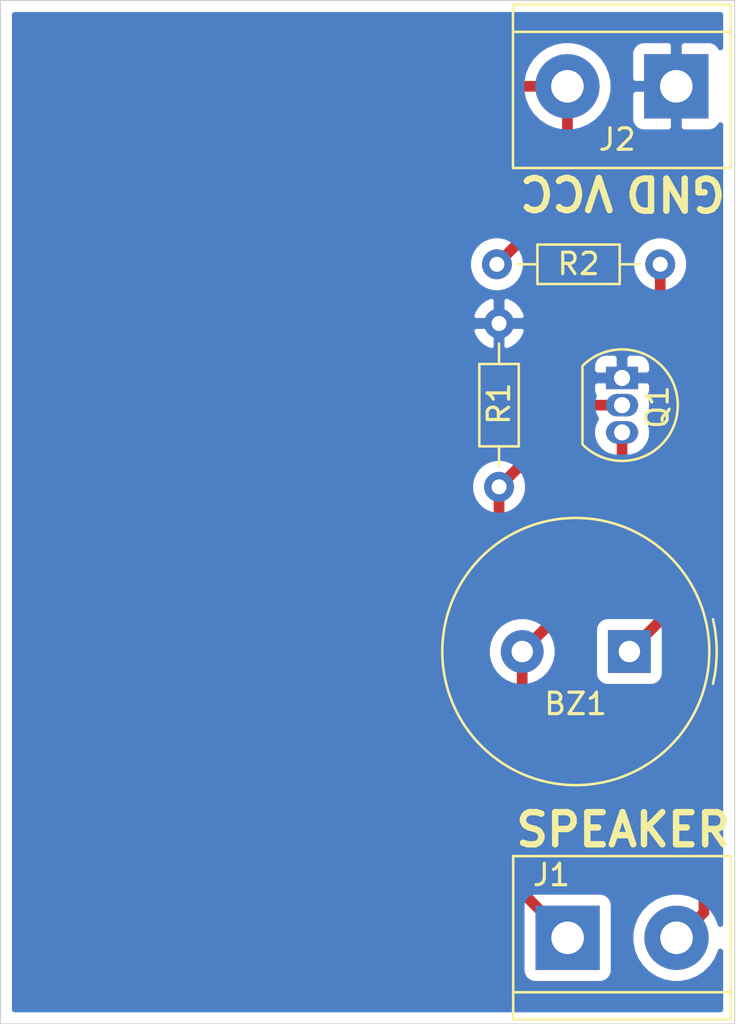
<source format=kicad_pcb>
(kicad_pcb (version 20171130) (host pcbnew "(5.1.10)-1")

  (general
    (thickness 1.6)
    (drawings 7)
    (tracks 20)
    (zones 0)
    (modules 8)
    (nets 6)
  )

  (page A4)
  (layers
    (0 F.Cu signal)
    (31 B.Cu signal)
    (32 B.Adhes user)
    (33 F.Adhes user)
    (34 B.Paste user)
    (35 F.Paste user)
    (36 B.SilkS user)
    (37 F.SilkS user)
    (38 B.Mask user)
    (39 F.Mask user)
    (40 Dwgs.User user)
    (41 Cmts.User user)
    (42 Eco1.User user)
    (43 Eco2.User user)
    (44 Edge.Cuts user)
    (45 Margin user)
    (46 B.CrtYd user)
    (47 F.CrtYd user)
    (48 B.Fab user)
    (49 F.Fab user hide)
  )

  (setup
    (last_trace_width 0.5)
    (user_trace_width 0.2)
    (user_trace_width 0.5)
    (trace_clearance 0.2)
    (zone_clearance 0.508)
    (zone_45_only no)
    (trace_min 0.2)
    (via_size 0.8)
    (via_drill 0.4)
    (via_min_size 0.4)
    (via_min_drill 0.3)
    (uvia_size 0.3)
    (uvia_drill 0.1)
    (uvias_allowed no)
    (uvia_min_size 0.2)
    (uvia_min_drill 0.1)
    (edge_width 0.05)
    (segment_width 0.2)
    (pcb_text_width 0.3)
    (pcb_text_size 1.5 1.5)
    (mod_edge_width 0.12)
    (mod_text_size 1 1)
    (mod_text_width 0.15)
    (pad_size 1.524 1.524)
    (pad_drill 0.762)
    (pad_to_mask_clearance 0)
    (aux_axis_origin 0 0)
    (visible_elements 7FFFFFFF)
    (pcbplotparams
      (layerselection 0x010fc_ffffffff)
      (usegerberextensions false)
      (usegerberattributes true)
      (usegerberadvancedattributes true)
      (creategerberjobfile true)
      (excludeedgelayer true)
      (linewidth 0.100000)
      (plotframeref false)
      (viasonmask false)
      (mode 1)
      (useauxorigin false)
      (hpglpennumber 1)
      (hpglpenspeed 20)
      (hpglpendiameter 15.000000)
      (psnegative false)
      (psa4output false)
      (plotreference true)
      (plotvalue true)
      (plotinvisibletext false)
      (padsonsilk false)
      (subtractmaskfromsilk false)
      (outputformat 1)
      (mirror false)
      (drillshape 1)
      (scaleselection 1)
      (outputdirectory ""))
  )

  (net 0 "")
  (net 1 "Net-(BZ1-Pad2)")
  (net 2 "Net-(BZ1-Pad1)")
  (net 3 +9V)
  (net 4 GND)
  (net 5 "Net-(Q1-Pad2)")

  (net_class Default "This is the default net class."
    (clearance 0.2)
    (trace_width 0.25)
    (via_dia 0.8)
    (via_drill 0.4)
    (uvia_dia 0.3)
    (uvia_drill 0.1)
    (add_net +9V)
    (add_net GND)
    (add_net "Net-(BZ1-Pad1)")
    (add_net "Net-(BZ1-Pad2)")
    (add_net "Net-(Q1-Pad2)")
  )

  (module TerminalBlock:TerminalBlock_bornier-2_P5.08mm (layer F.Cu) (tedit 59FF03AB) (tstamp 61608661)
    (at 138.17 106.41)
    (descr "simple 2-pin terminal block, pitch 5.08mm, revamped version of bornier2")
    (tags "terminal block bornier2")
    (path /6160872E)
    (fp_text reference J1 (at -0.756 -2.9304) (layer F.SilkS)
      (effects (font (size 1 1) (thickness 0.15)))
    )
    (fp_text value Screw_Terminal_01x02 (at 2.54 5.08) (layer F.Fab)
      (effects (font (size 1 1) (thickness 0.15)))
    )
    (fp_line (start -2.41 2.55) (end 7.49 2.55) (layer F.Fab) (width 0.1))
    (fp_line (start -2.46 -3.75) (end -2.46 3.75) (layer F.Fab) (width 0.1))
    (fp_line (start -2.46 3.75) (end 7.54 3.75) (layer F.Fab) (width 0.1))
    (fp_line (start 7.54 3.75) (end 7.54 -3.75) (layer F.Fab) (width 0.1))
    (fp_line (start 7.54 -3.75) (end -2.46 -3.75) (layer F.Fab) (width 0.1))
    (fp_line (start 7.62 2.54) (end -2.54 2.54) (layer F.SilkS) (width 0.12))
    (fp_line (start 7.62 3.81) (end 7.62 -3.81) (layer F.SilkS) (width 0.12))
    (fp_line (start 7.62 -3.81) (end -2.54 -3.81) (layer F.SilkS) (width 0.12))
    (fp_line (start -2.54 -3.81) (end -2.54 3.81) (layer F.SilkS) (width 0.12))
    (fp_line (start -2.54 3.81) (end 7.62 3.81) (layer F.SilkS) (width 0.12))
    (fp_line (start -2.71 -4) (end 7.79 -4) (layer F.CrtYd) (width 0.05))
    (fp_line (start -2.71 -4) (end -2.71 4) (layer F.CrtYd) (width 0.05))
    (fp_line (start 7.79 4) (end 7.79 -4) (layer F.CrtYd) (width 0.05))
    (fp_line (start 7.79 4) (end -2.71 4) (layer F.CrtYd) (width 0.05))
    (fp_text user %R (at 2.54 0) (layer F.Fab)
      (effects (font (size 1 1) (thickness 0.15)))
    )
    (pad 2 thru_hole circle (at 5.08 0) (size 3 3) (drill 1.52) (layers *.Cu *.Mask)
      (net 3 +9V))
    (pad 1 thru_hole rect (at 0 0) (size 3 3) (drill 1.52) (layers *.Cu *.Mask)
      (net 1 "Net-(BZ1-Pad2)"))
    (model ${KISYS3DMOD}/TerminalBlock.3dshapes/TerminalBlock_bornier-2_P5.08mm.wrl
      (offset (xyz 2.539999961853027 0 0))
      (scale (xyz 1 1 1))
      (rotate (xyz 0 0 0))
    )
  )

  (module custom:testpoint_15x15 (layer F.Cu) (tedit 61602321) (tstamp 61608A34)
    (at 120.37 101.815001)
    (path /616036E0)
    (fp_text reference TP2 (at 5.8934 -6.615801) (layer Dwgs.User)
      (effects (font (size 1 1) (thickness 0.15)))
    )
    (fp_text value TestPoint (at 0 8.49) (layer F.Fab)
      (effects (font (size 1 1) (thickness 0.15)))
    )
    (pad 1 smd rect (at 0 0) (size 15 15) (layers F.Cu F.Paste F.Mask)
      (net 5 "Net-(Q1-Pad2)"))
  )

  (module custom:testpoint_15x15 (layer F.Cu) (tedit 61602321) (tstamp 61608049)
    (at 120.37 71.264999)
    (path /61603E54)
    (fp_text reference TP1 (at 0 8.355001) (layer Dwgs.User)
      (effects (font (size 1 1) (thickness 0.15)))
    )
    (fp_text value TestPoint (at 0 8.49) (layer F.Fab)
      (effects (font (size 1 1) (thickness 0.15)))
    )
    (pad 1 smd rect (at 0 0) (size 15 15) (layers F.Cu F.Paste F.Mask)
      (net 3 +9V))
  )

  (module Resistor_THT:R_Axial_DIN0204_L3.6mm_D1.6mm_P7.62mm_Horizontal (layer F.Cu) (tedit 5AE5139B) (tstamp 616088E3)
    (at 134.87 75)
    (descr "Resistor, Axial_DIN0204 series, Axial, Horizontal, pin pitch=7.62mm, 0.167W, length*diameter=3.6*1.6mm^2, http://cdn-reichelt.de/documents/datenblatt/B400/1_4W%23YAG.pdf")
    (tags "Resistor Axial_DIN0204 series Axial Horizontal pin pitch 7.62mm 0.167W length 3.6mm diameter 1.6mm")
    (path /61607437)
    (fp_text reference R2 (at 3.81 -0.02) (layer F.SilkS)
      (effects (font (size 1 1) (thickness 0.15)))
    )
    (fp_text value 220R (at 3.81 1.92) (layer F.Fab)
      (effects (font (size 1 1) (thickness 0.15)))
    )
    (fp_line (start 2.01 -0.8) (end 2.01 0.8) (layer F.Fab) (width 0.1))
    (fp_line (start 2.01 0.8) (end 5.61 0.8) (layer F.Fab) (width 0.1))
    (fp_line (start 5.61 0.8) (end 5.61 -0.8) (layer F.Fab) (width 0.1))
    (fp_line (start 5.61 -0.8) (end 2.01 -0.8) (layer F.Fab) (width 0.1))
    (fp_line (start 0 0) (end 2.01 0) (layer F.Fab) (width 0.1))
    (fp_line (start 7.62 0) (end 5.61 0) (layer F.Fab) (width 0.1))
    (fp_line (start 1.89 -0.92) (end 1.89 0.92) (layer F.SilkS) (width 0.12))
    (fp_line (start 1.89 0.92) (end 5.73 0.92) (layer F.SilkS) (width 0.12))
    (fp_line (start 5.73 0.92) (end 5.73 -0.92) (layer F.SilkS) (width 0.12))
    (fp_line (start 5.73 -0.92) (end 1.89 -0.92) (layer F.SilkS) (width 0.12))
    (fp_line (start 0.94 0) (end 1.89 0) (layer F.SilkS) (width 0.12))
    (fp_line (start 6.68 0) (end 5.73 0) (layer F.SilkS) (width 0.12))
    (fp_line (start -0.95 -1.05) (end -0.95 1.05) (layer F.CrtYd) (width 0.05))
    (fp_line (start -0.95 1.05) (end 8.57 1.05) (layer F.CrtYd) (width 0.05))
    (fp_line (start 8.57 1.05) (end 8.57 -1.05) (layer F.CrtYd) (width 0.05))
    (fp_line (start 8.57 -1.05) (end -0.95 -1.05) (layer F.CrtYd) (width 0.05))
    (fp_text user %R (at 3.81 0) (layer F.Fab)
      (effects (font (size 0.72 0.72) (thickness 0.108)))
    )
    (pad 2 thru_hole oval (at 7.62 0) (size 1.4 1.4) (drill 0.7) (layers *.Cu *.Mask)
      (net 2 "Net-(BZ1-Pad1)"))
    (pad 1 thru_hole circle (at 0 0) (size 1.4 1.4) (drill 0.7) (layers *.Cu *.Mask)
      (net 3 +9V))
    (model ${KISYS3DMOD}/Resistor_THT.3dshapes/R_Axial_DIN0204_L3.6mm_D1.6mm_P7.62mm_Horizontal.wrl
      (at (xyz 0 0 0))
      (scale (xyz 1 1 1))
      (rotate (xyz 0 0 0))
    )
  )

  (module Resistor_THT:R_Axial_DIN0204_L3.6mm_D1.6mm_P7.62mm_Horizontal (layer F.Cu) (tedit 5AE5139B) (tstamp 616086C3)
    (at 134.97 85.38 90)
    (descr "Resistor, Axial_DIN0204 series, Axial, Horizontal, pin pitch=7.62mm, 0.167W, length*diameter=3.6*1.6mm^2, http://cdn-reichelt.de/documents/datenblatt/B400/1_4W%23YAG.pdf")
    (tags "Resistor Axial_DIN0204 series Axial Horizontal pin pitch 7.62mm 0.167W length 3.6mm diameter 1.6mm")
    (path /61602701)
    (fp_text reference R1 (at 3.88 -0.01 90) (layer F.SilkS)
      (effects (font (size 1 1) (thickness 0.15)))
    )
    (fp_text value 1M (at 3.81 1.92 90) (layer F.Fab)
      (effects (font (size 1 1) (thickness 0.15)))
    )
    (fp_line (start 2.01 -0.8) (end 2.01 0.8) (layer F.Fab) (width 0.1))
    (fp_line (start 2.01 0.8) (end 5.61 0.8) (layer F.Fab) (width 0.1))
    (fp_line (start 5.61 0.8) (end 5.61 -0.8) (layer F.Fab) (width 0.1))
    (fp_line (start 5.61 -0.8) (end 2.01 -0.8) (layer F.Fab) (width 0.1))
    (fp_line (start 0 0) (end 2.01 0) (layer F.Fab) (width 0.1))
    (fp_line (start 7.62 0) (end 5.61 0) (layer F.Fab) (width 0.1))
    (fp_line (start 1.89 -0.92) (end 1.89 0.92) (layer F.SilkS) (width 0.12))
    (fp_line (start 1.89 0.92) (end 5.73 0.92) (layer F.SilkS) (width 0.12))
    (fp_line (start 5.73 0.92) (end 5.73 -0.92) (layer F.SilkS) (width 0.12))
    (fp_line (start 5.73 -0.92) (end 1.89 -0.92) (layer F.SilkS) (width 0.12))
    (fp_line (start 0.94 0) (end 1.89 0) (layer F.SilkS) (width 0.12))
    (fp_line (start 6.68 0) (end 5.73 0) (layer F.SilkS) (width 0.12))
    (fp_line (start -0.95 -1.05) (end -0.95 1.05) (layer F.CrtYd) (width 0.05))
    (fp_line (start -0.95 1.05) (end 8.57 1.05) (layer F.CrtYd) (width 0.05))
    (fp_line (start 8.57 1.05) (end 8.57 -1.05) (layer F.CrtYd) (width 0.05))
    (fp_line (start 8.57 -1.05) (end -0.95 -1.05) (layer F.CrtYd) (width 0.05))
    (fp_text user %R (at 3.81 0 90) (layer F.Fab)
      (effects (font (size 0.72 0.72) (thickness 0.108)))
    )
    (pad 2 thru_hole oval (at 7.62 0 90) (size 1.4 1.4) (drill 0.7) (layers *.Cu *.Mask)
      (net 4 GND))
    (pad 1 thru_hole circle (at 0 0 90) (size 1.4 1.4) (drill 0.7) (layers *.Cu *.Mask)
      (net 5 "Net-(Q1-Pad2)"))
    (model ${KISYS3DMOD}/Resistor_THT.3dshapes/R_Axial_DIN0204_L3.6mm_D1.6mm_P7.62mm_Horizontal.wrl
      (at (xyz 0 0 0))
      (scale (xyz 1 1 1))
      (rotate (xyz 0 0 0))
    )
  )

  (module Package_TO_SOT_THT:TO-92_Inline (layer F.Cu) (tedit 5A1DD157) (tstamp 61608AD6)
    (at 140.71 80.3 270)
    (descr "TO-92 leads in-line, narrow, oval pads, drill 0.75mm (see NXP sot054_po.pdf)")
    (tags "to-92 sc-43 sc-43a sot54 PA33 transistor")
    (path /616012AD)
    (fp_text reference Q1 (at 1.36 -1.65 90) (layer F.SilkS)
      (effects (font (size 1 1) (thickness 0.15)))
    )
    (fp_text value 2N7000 (at 1.27 2.79 90) (layer F.Fab)
      (effects (font (size 1 1) (thickness 0.15)))
    )
    (fp_line (start -0.53 1.85) (end 3.07 1.85) (layer F.SilkS) (width 0.12))
    (fp_line (start -0.5 1.75) (end 3 1.75) (layer F.Fab) (width 0.1))
    (fp_line (start -1.46 -2.73) (end 4 -2.73) (layer F.CrtYd) (width 0.05))
    (fp_line (start -1.46 -2.73) (end -1.46 2.01) (layer F.CrtYd) (width 0.05))
    (fp_line (start 4 2.01) (end 4 -2.73) (layer F.CrtYd) (width 0.05))
    (fp_line (start 4 2.01) (end -1.46 2.01) (layer F.CrtYd) (width 0.05))
    (fp_arc (start 1.27 0) (end 1.27 -2.6) (angle 135) (layer F.SilkS) (width 0.12))
    (fp_arc (start 1.27 0) (end 1.27 -2.48) (angle -135) (layer F.Fab) (width 0.1))
    (fp_arc (start 1.27 0) (end 1.27 -2.6) (angle -135) (layer F.SilkS) (width 0.12))
    (fp_arc (start 1.27 0) (end 1.27 -2.48) (angle 135) (layer F.Fab) (width 0.1))
    (fp_text user %R (at 1.27 0 90) (layer F.Fab)
      (effects (font (size 1 1) (thickness 0.15)))
    )
    (pad 1 thru_hole rect (at 0 0 270) (size 1.05 1.5) (drill 0.75) (layers *.Cu *.Mask)
      (net 4 GND))
    (pad 3 thru_hole oval (at 2.54 0 270) (size 1.05 1.5) (drill 0.75) (layers *.Cu *.Mask)
      (net 1 "Net-(BZ1-Pad2)"))
    (pad 2 thru_hole oval (at 1.27 0 270) (size 1.05 1.5) (drill 0.75) (layers *.Cu *.Mask)
      (net 5 "Net-(Q1-Pad2)"))
    (model ${KISYS3DMOD}/Package_TO_SOT_THT.3dshapes/TO-92_Inline.wrl
      (at (xyz 0 0 0))
      (scale (xyz 1 1 1))
      (rotate (xyz 0 0 0))
    )
  )

  (module TerminalBlock:TerminalBlock_bornier-2_P5.08mm (layer F.Cu) (tedit 59FF03AB) (tstamp 61608703)
    (at 143.24 66.7 180)
    (descr "simple 2-pin terminal block, pitch 5.08mm, revamped version of bornier2")
    (tags "terminal block bornier2")
    (path /61603943)
    (fp_text reference J2 (at 2.76 -2.48) (layer F.SilkS)
      (effects (font (size 1 1) (thickness 0.15)))
    )
    (fp_text value Screw_Terminal_01x02 (at 2.54 5.08) (layer F.Fab)
      (effects (font (size 1 1) (thickness 0.15)))
    )
    (fp_line (start -2.41 2.55) (end 7.49 2.55) (layer F.Fab) (width 0.1))
    (fp_line (start -2.46 -3.75) (end -2.46 3.75) (layer F.Fab) (width 0.1))
    (fp_line (start -2.46 3.75) (end 7.54 3.75) (layer F.Fab) (width 0.1))
    (fp_line (start 7.54 3.75) (end 7.54 -3.75) (layer F.Fab) (width 0.1))
    (fp_line (start 7.54 -3.75) (end -2.46 -3.75) (layer F.Fab) (width 0.1))
    (fp_line (start 7.62 2.54) (end -2.54 2.54) (layer F.SilkS) (width 0.12))
    (fp_line (start 7.62 3.81) (end 7.62 -3.81) (layer F.SilkS) (width 0.12))
    (fp_line (start 7.62 -3.81) (end -2.54 -3.81) (layer F.SilkS) (width 0.12))
    (fp_line (start -2.54 -3.81) (end -2.54 3.81) (layer F.SilkS) (width 0.12))
    (fp_line (start -2.54 3.81) (end 7.62 3.81) (layer F.SilkS) (width 0.12))
    (fp_line (start -2.71 -4) (end 7.79 -4) (layer F.CrtYd) (width 0.05))
    (fp_line (start -2.71 -4) (end -2.71 4) (layer F.CrtYd) (width 0.05))
    (fp_line (start 7.79 4) (end 7.79 -4) (layer F.CrtYd) (width 0.05))
    (fp_line (start 7.79 4) (end -2.71 4) (layer F.CrtYd) (width 0.05))
    (fp_text user %R (at 2.54 0) (layer F.Fab)
      (effects (font (size 1 1) (thickness 0.15)))
    )
    (pad 2 thru_hole circle (at 5.08 0 180) (size 3 3) (drill 1.52) (layers *.Cu *.Mask)
      (net 3 +9V))
    (pad 1 thru_hole rect (at 0 0 180) (size 3 3) (drill 1.52) (layers *.Cu *.Mask)
      (net 4 GND))
    (model ${KISYS3DMOD}/TerminalBlock.3dshapes/TerminalBlock_bornier-2_P5.08mm.wrl
      (offset (xyz 2.539999961853027 0 0))
      (scale (xyz 1 1 1))
      (rotate (xyz 0 0 0))
    )
  )

  (module Buzzer_Beeper:Buzzer_TDK_PS1240P02BT_D12.2mm_H6.5mm (layer F.Cu) (tedit 5BF1CB2D) (tstamp 61608695)
    (at 141.050785 93.06 180)
    (descr "Buzzer, D12.2mm height 6.5mm, https://product.tdk.com/info/en/catalog/datasheets/piezoelectronic_buzzer_ps_en.pdf")
    (tags buzzer)
    (path /61606991)
    (fp_text reference BZ1 (at 2.510785 -2.44) (layer F.SilkS)
      (effects (font (size 1 1) (thickness 0.15)))
    )
    (fp_text value GMD9505RB-3V2700 (at 2.5 7.31) (layer F.Fab)
      (effects (font (size 1 1) (thickness 0.15)))
    )
    (fp_circle (center 2.5 0) (end 8.85 0) (layer F.CrtYd) (width 0.05))
    (fp_circle (center 2.5 0) (end 8.6 0) (layer F.Fab) (width 0.1))
    (fp_circle (center 2.5 0) (end 3.5 0) (layer F.Fab) (width 0.1))
    (fp_circle (center 2.5 0) (end 8.73 0) (layer F.SilkS) (width 0.12))
    (fp_line (start -1.3 -1) (end -1.3 1) (layer F.Fab) (width 0.1))
    (fp_arc (start 2.5 0) (end -3.9 -1.5) (angle -26.38121493) (layer F.SilkS) (width 0.12))
    (fp_text user %R (at 2.5 -2.43) (layer F.Fab)
      (effects (font (size 1 1) (thickness 0.15)))
    )
    (pad 2 thru_hole circle (at 5 0 180) (size 2 2) (drill 1) (layers *.Cu *.Mask)
      (net 1 "Net-(BZ1-Pad2)"))
    (pad 1 thru_hole rect (at 0 0 180) (size 2 2) (drill 1) (layers *.Cu *.Mask)
      (net 2 "Net-(BZ1-Pad1)"))
    (model ${KISYS3DMOD}/Buzzer_Beeper.3dshapes/Buzzer_TDK_PS1240P02BT_D12.2mm_H6.5mm.wrl
      (at (xyz 0 0 0))
      (scale (xyz 1 1 1))
      (rotate (xyz 0 0 0))
    )
  )

  (gr_text SPEAKER (at 140.7668 101.3714) (layer F.SilkS)
    (effects (font (size 1.5 1.5) (thickness 0.3)))
  )
  (gr_text VCC (at 138.1252 71.6534 180) (layer F.SilkS) (tstamp 6162F0C6)
    (effects (font (size 1.5 1.5) (thickness 0.3)))
  )
  (gr_text GND (at 143.2052 71.6788 180) (layer F.SilkS)
    (effects (font (size 1.5 1.5) (thickness 0.3)))
  )
  (gr_line (start 145.96 110.42) (end 145.96 62.7) (layer Edge.Cuts) (width 0.05) (tstamp 616089A3))
  (gr_line (start 111.71 62.7) (end 111.71 110.42) (layer Edge.Cuts) (width 0.05) (tstamp 616089A2))
  (gr_line (start 111.71 62.7) (end 145.96 62.7) (layer Edge.Cuts) (width 0.05) (tstamp 6160899C))
  (gr_line (start 111.71 110.42) (end 145.96 110.42) (layer Edge.Cuts) (width 0.05))

  (segment (start 140.71 88.400785) (end 136.050785 93.06) (width 0.5) (layer F.Cu) (net 1))
  (segment (start 140.71 82.84) (end 140.71 88.400785) (width 0.5) (layer F.Cu) (net 1))
  (segment (start 136.050785 104.290785) (end 138.17 106.41) (width 0.5) (layer F.Cu) (net 1))
  (segment (start 136.050785 93.06) (end 136.050785 104.290785) (width 0.5) (layer F.Cu) (net 1))
  (segment (start 142.49 91.620785) (end 142.49 75) (width 0.5) (layer F.Cu) (net 2))
  (segment (start 141.050785 93.06) (end 142.49 91.620785) (width 0.5) (layer F.Cu) (net 2))
  (segment (start 124.934999 66.7) (end 120.37 71.264999) (width 0.5) (layer F.Cu) (net 3))
  (segment (start 138.16 66.7) (end 124.934999 66.7) (width 0.5) (layer F.Cu) (net 3))
  (segment (start 138.16 66.7) (end 138.16 71.71) (width 0.5) (layer F.Cu) (net 3))
  (segment (start 138.0439 71.8261) (end 134.87 75) (width 0.5) (layer F.Cu) (net 3))
  (segment (start 138.16 71.71) (end 138.0439 71.8261) (width 0.5) (layer F.Cu) (net 3))
  (segment (start 142.7175 71.8261) (end 138.0439 71.8261) (width 0.5) (layer F.Cu) (net 3))
  (segment (start 144.526 73.6346) (end 142.7175 71.8261) (width 0.5) (layer F.Cu) (net 3))
  (segment (start 144.526 105.2322) (end 144.526 73.6346) (width 0.5) (layer F.Cu) (net 3))
  (segment (start 143.3482 106.41) (end 144.526 105.2322) (width 0.5) (layer F.Cu) (net 3))
  (segment (start 143.25 106.41) (end 143.3482 106.41) (width 0.5) (layer F.Cu) (net 3))
  (segment (start 134.97 87.215001) (end 120.37 101.815001) (width 0.5) (layer F.Cu) (net 5))
  (segment (start 134.97 85.38) (end 134.97 87.215001) (width 0.5) (layer F.Cu) (net 5))
  (segment (start 138.78 81.57) (end 140.71 81.57) (width 0.5) (layer F.Cu) (net 5))
  (segment (start 134.97 85.38) (end 138.78 81.57) (width 0.5) (layer F.Cu) (net 5))

  (zone (net 4) (net_name GND) (layer B.Cu) (tstamp 0) (hatch edge 0.508)
    (connect_pads (clearance 0.508))
    (min_thickness 0.254)
    (fill yes (arc_segments 32) (thermal_gap 0.508) (thermal_bridge_width 0.508))
    (polygon
      (pts
        (xy 145.96 110.42) (xy 111.71 110.42) (xy 111.71 62.7) (xy 145.96 62.7)
      )
    )
    (filled_polygon
      (pts
        (xy 145.300001 64.900628) (xy 145.270537 64.845506) (xy 145.191185 64.748815) (xy 145.094494 64.669463) (xy 144.98418 64.610498)
        (xy 144.864482 64.574188) (xy 144.74 64.561928) (xy 143.52575 64.565) (xy 143.367 64.72375) (xy 143.367 66.573)
        (xy 143.387 66.573) (xy 143.387 66.827) (xy 143.367 66.827) (xy 143.367 68.67625) (xy 143.52575 68.835)
        (xy 144.74 68.838072) (xy 144.864482 68.825812) (xy 144.98418 68.789502) (xy 145.094494 68.730537) (xy 145.191185 68.651185)
        (xy 145.270537 68.554494) (xy 145.300001 68.499372) (xy 145.3 105.780115) (xy 145.142012 105.398698) (xy 144.908363 105.049017)
        (xy 144.610983 104.751637) (xy 144.261302 104.517988) (xy 143.872756 104.357047) (xy 143.460279 104.275) (xy 143.039721 104.275)
        (xy 142.627244 104.357047) (xy 142.238698 104.517988) (xy 141.889017 104.751637) (xy 141.591637 105.049017) (xy 141.357988 105.398698)
        (xy 141.197047 105.787244) (xy 141.115 106.199721) (xy 141.115 106.620279) (xy 141.197047 107.032756) (xy 141.357988 107.421302)
        (xy 141.591637 107.770983) (xy 141.889017 108.068363) (xy 142.238698 108.302012) (xy 142.627244 108.462953) (xy 143.039721 108.545)
        (xy 143.460279 108.545) (xy 143.872756 108.462953) (xy 144.261302 108.302012) (xy 144.610983 108.068363) (xy 144.908363 107.770983)
        (xy 145.142012 107.421302) (xy 145.3 107.039885) (xy 145.3 109.76) (xy 112.37 109.76) (xy 112.37 104.91)
        (xy 136.031928 104.91) (xy 136.031928 107.91) (xy 136.044188 108.034482) (xy 136.080498 108.15418) (xy 136.139463 108.264494)
        (xy 136.218815 108.361185) (xy 136.315506 108.440537) (xy 136.42582 108.499502) (xy 136.545518 108.535812) (xy 136.67 108.548072)
        (xy 139.67 108.548072) (xy 139.794482 108.535812) (xy 139.91418 108.499502) (xy 140.024494 108.440537) (xy 140.121185 108.361185)
        (xy 140.200537 108.264494) (xy 140.259502 108.15418) (xy 140.295812 108.034482) (xy 140.308072 107.91) (xy 140.308072 104.91)
        (xy 140.295812 104.785518) (xy 140.259502 104.66582) (xy 140.200537 104.555506) (xy 140.121185 104.458815) (xy 140.024494 104.379463)
        (xy 139.91418 104.320498) (xy 139.794482 104.284188) (xy 139.67 104.271928) (xy 136.67 104.271928) (xy 136.545518 104.284188)
        (xy 136.42582 104.320498) (xy 136.315506 104.379463) (xy 136.218815 104.458815) (xy 136.139463 104.555506) (xy 136.080498 104.66582)
        (xy 136.044188 104.785518) (xy 136.031928 104.91) (xy 112.37 104.91) (xy 112.37 92.898967) (xy 134.415785 92.898967)
        (xy 134.415785 93.221033) (xy 134.478617 93.536912) (xy 134.601867 93.834463) (xy 134.780798 94.102252) (xy 135.008533 94.329987)
        (xy 135.276322 94.508918) (xy 135.573873 94.632168) (xy 135.889752 94.695) (xy 136.211818 94.695) (xy 136.527697 94.632168)
        (xy 136.825248 94.508918) (xy 137.093037 94.329987) (xy 137.320772 94.102252) (xy 137.499703 93.834463) (xy 137.622953 93.536912)
        (xy 137.685785 93.221033) (xy 137.685785 92.898967) (xy 137.622953 92.583088) (xy 137.499703 92.285537) (xy 137.349004 92.06)
        (xy 139.412713 92.06) (xy 139.412713 94.06) (xy 139.424973 94.184482) (xy 139.461283 94.30418) (xy 139.520248 94.414494)
        (xy 139.5996 94.511185) (xy 139.696291 94.590537) (xy 139.806605 94.649502) (xy 139.926303 94.685812) (xy 140.050785 94.698072)
        (xy 142.050785 94.698072) (xy 142.175267 94.685812) (xy 142.294965 94.649502) (xy 142.405279 94.590537) (xy 142.50197 94.511185)
        (xy 142.581322 94.414494) (xy 142.640287 94.30418) (xy 142.676597 94.184482) (xy 142.688857 94.06) (xy 142.688857 92.06)
        (xy 142.676597 91.935518) (xy 142.640287 91.81582) (xy 142.581322 91.705506) (xy 142.50197 91.608815) (xy 142.405279 91.529463)
        (xy 142.294965 91.470498) (xy 142.175267 91.434188) (xy 142.050785 91.421928) (xy 140.050785 91.421928) (xy 139.926303 91.434188)
        (xy 139.806605 91.470498) (xy 139.696291 91.529463) (xy 139.5996 91.608815) (xy 139.520248 91.705506) (xy 139.461283 91.81582)
        (xy 139.424973 91.935518) (xy 139.412713 92.06) (xy 137.349004 92.06) (xy 137.320772 92.017748) (xy 137.093037 91.790013)
        (xy 136.825248 91.611082) (xy 136.527697 91.487832) (xy 136.211818 91.425) (xy 135.889752 91.425) (xy 135.573873 91.487832)
        (xy 135.276322 91.611082) (xy 135.008533 91.790013) (xy 134.780798 92.017748) (xy 134.601867 92.285537) (xy 134.478617 92.583088)
        (xy 134.415785 92.898967) (xy 112.37 92.898967) (xy 112.37 85.248514) (xy 133.635 85.248514) (xy 133.635 85.511486)
        (xy 133.686304 85.769405) (xy 133.786939 86.012359) (xy 133.933038 86.231013) (xy 134.118987 86.416962) (xy 134.337641 86.563061)
        (xy 134.580595 86.663696) (xy 134.838514 86.715) (xy 135.101486 86.715) (xy 135.359405 86.663696) (xy 135.602359 86.563061)
        (xy 135.821013 86.416962) (xy 136.006962 86.231013) (xy 136.153061 86.012359) (xy 136.253696 85.769405) (xy 136.305 85.511486)
        (xy 136.305 85.248514) (xy 136.253696 84.990595) (xy 136.153061 84.747641) (xy 136.006962 84.528987) (xy 135.821013 84.343038)
        (xy 135.602359 84.196939) (xy 135.359405 84.096304) (xy 135.101486 84.045) (xy 134.838514 84.045) (xy 134.580595 84.096304)
        (xy 134.337641 84.196939) (xy 134.118987 84.343038) (xy 133.933038 84.528987) (xy 133.786939 84.747641) (xy 133.686304 84.990595)
        (xy 133.635 85.248514) (xy 112.37 85.248514) (xy 112.37 81.57) (xy 139.319388 81.57) (xy 139.341785 81.7974)
        (xy 139.408115 82.01606) (xy 139.509105 82.205) (xy 139.408115 82.39394) (xy 139.341785 82.6126) (xy 139.319388 82.84)
        (xy 139.341785 83.0674) (xy 139.408115 83.28606) (xy 139.515829 83.487579) (xy 139.660788 83.664212) (xy 139.837421 83.809171)
        (xy 140.03894 83.916885) (xy 140.2576 83.983215) (xy 140.428021 84) (xy 140.991979 84) (xy 141.1624 83.983215)
        (xy 141.38106 83.916885) (xy 141.582579 83.809171) (xy 141.759212 83.664212) (xy 141.904171 83.487579) (xy 142.011885 83.28606)
        (xy 142.078215 83.0674) (xy 142.100612 82.84) (xy 142.078215 82.6126) (xy 142.011885 82.39394) (xy 141.910895 82.205)
        (xy 142.011885 82.01606) (xy 142.078215 81.7974) (xy 142.100612 81.57) (xy 142.078215 81.3426) (xy 142.014907 81.133902)
        (xy 142.049502 81.06918) (xy 142.085812 80.949482) (xy 142.098072 80.825) (xy 142.095 80.58575) (xy 141.93625 80.427)
        (xy 141.163109 80.427) (xy 141.1624 80.426785) (xy 140.991979 80.41) (xy 140.428021 80.41) (xy 140.2576 80.426785)
        (xy 140.256891 80.427) (xy 139.48375 80.427) (xy 139.325 80.58575) (xy 139.321928 80.825) (xy 139.334188 80.949482)
        (xy 139.370498 81.06918) (xy 139.405093 81.133902) (xy 139.341785 81.3426) (xy 139.319388 81.57) (xy 112.37 81.57)
        (xy 112.37 79.775) (xy 139.321928 79.775) (xy 139.325 80.01425) (xy 139.48375 80.173) (xy 140.583 80.173)
        (xy 140.583 79.29875) (xy 140.837 79.29875) (xy 140.837 80.173) (xy 141.93625 80.173) (xy 142.095 80.01425)
        (xy 142.098072 79.775) (xy 142.085812 79.650518) (xy 142.049502 79.53082) (xy 141.990537 79.420506) (xy 141.911185 79.323815)
        (xy 141.814494 79.244463) (xy 141.70418 79.185498) (xy 141.584482 79.149188) (xy 141.46 79.136928) (xy 140.99575 79.14)
        (xy 140.837 79.29875) (xy 140.583 79.29875) (xy 140.42425 79.14) (xy 139.96 79.136928) (xy 139.835518 79.149188)
        (xy 139.71582 79.185498) (xy 139.605506 79.244463) (xy 139.508815 79.323815) (xy 139.429463 79.420506) (xy 139.370498 79.53082)
        (xy 139.334188 79.650518) (xy 139.321928 79.775) (xy 112.37 79.775) (xy 112.37 78.09333) (xy 133.677278 78.09333)
        (xy 133.767147 78.339123) (xy 133.903241 78.56266) (xy 134.08033 78.755351) (xy 134.291608 78.909792) (xy 134.528956 79.020047)
        (xy 134.636671 79.052716) (xy 134.843 78.929374) (xy 134.843 77.887) (xy 135.097 77.887) (xy 135.097 78.929374)
        (xy 135.303329 79.052716) (xy 135.411044 79.020047) (xy 135.648392 78.909792) (xy 135.85967 78.755351) (xy 136.036759 78.56266)
        (xy 136.172853 78.339123) (xy 136.262722 78.09333) (xy 136.140201 77.887) (xy 135.097 77.887) (xy 134.843 77.887)
        (xy 133.799799 77.887) (xy 133.677278 78.09333) (xy 112.37 78.09333) (xy 112.37 77.42667) (xy 133.677278 77.42667)
        (xy 133.799799 77.633) (xy 134.843 77.633) (xy 134.843 76.590626) (xy 135.097 76.590626) (xy 135.097 77.633)
        (xy 136.140201 77.633) (xy 136.262722 77.42667) (xy 136.172853 77.180877) (xy 136.036759 76.95734) (xy 135.85967 76.764649)
        (xy 135.648392 76.610208) (xy 135.411044 76.499953) (xy 135.303329 76.467284) (xy 135.097 76.590626) (xy 134.843 76.590626)
        (xy 134.636671 76.467284) (xy 134.528956 76.499953) (xy 134.291608 76.610208) (xy 134.08033 76.764649) (xy 133.903241 76.95734)
        (xy 133.767147 77.180877) (xy 133.677278 77.42667) (xy 112.37 77.42667) (xy 112.37 74.868514) (xy 133.535 74.868514)
        (xy 133.535 75.131486) (xy 133.586304 75.389405) (xy 133.686939 75.632359) (xy 133.833038 75.851013) (xy 134.018987 76.036962)
        (xy 134.237641 76.183061) (xy 134.480595 76.283696) (xy 134.738514 76.335) (xy 135.001486 76.335) (xy 135.259405 76.283696)
        (xy 135.502359 76.183061) (xy 135.721013 76.036962) (xy 135.906962 75.851013) (xy 136.053061 75.632359) (xy 136.153696 75.389405)
        (xy 136.205 75.131486) (xy 136.205 74.868514) (xy 141.155 74.868514) (xy 141.155 75.131486) (xy 141.206304 75.389405)
        (xy 141.306939 75.632359) (xy 141.453038 75.851013) (xy 141.638987 76.036962) (xy 141.857641 76.183061) (xy 142.100595 76.283696)
        (xy 142.358514 76.335) (xy 142.621486 76.335) (xy 142.879405 76.283696) (xy 143.122359 76.183061) (xy 143.341013 76.036962)
        (xy 143.526962 75.851013) (xy 143.673061 75.632359) (xy 143.773696 75.389405) (xy 143.825 75.131486) (xy 143.825 74.868514)
        (xy 143.773696 74.610595) (xy 143.673061 74.367641) (xy 143.526962 74.148987) (xy 143.341013 73.963038) (xy 143.122359 73.816939)
        (xy 142.879405 73.716304) (xy 142.621486 73.665) (xy 142.358514 73.665) (xy 142.100595 73.716304) (xy 141.857641 73.816939)
        (xy 141.638987 73.963038) (xy 141.453038 74.148987) (xy 141.306939 74.367641) (xy 141.206304 74.610595) (xy 141.155 74.868514)
        (xy 136.205 74.868514) (xy 136.153696 74.610595) (xy 136.053061 74.367641) (xy 135.906962 74.148987) (xy 135.721013 73.963038)
        (xy 135.502359 73.816939) (xy 135.259405 73.716304) (xy 135.001486 73.665) (xy 134.738514 73.665) (xy 134.480595 73.716304)
        (xy 134.237641 73.816939) (xy 134.018987 73.963038) (xy 133.833038 74.148987) (xy 133.686939 74.367641) (xy 133.586304 74.610595)
        (xy 133.535 74.868514) (xy 112.37 74.868514) (xy 112.37 66.489721) (xy 136.025 66.489721) (xy 136.025 66.910279)
        (xy 136.107047 67.322756) (xy 136.267988 67.711302) (xy 136.501637 68.060983) (xy 136.799017 68.358363) (xy 137.148698 68.592012)
        (xy 137.537244 68.752953) (xy 137.949721 68.835) (xy 138.370279 68.835) (xy 138.782756 68.752953) (xy 139.171302 68.592012)
        (xy 139.520983 68.358363) (xy 139.679346 68.2) (xy 141.101928 68.2) (xy 141.114188 68.324482) (xy 141.150498 68.44418)
        (xy 141.209463 68.554494) (xy 141.288815 68.651185) (xy 141.385506 68.730537) (xy 141.49582 68.789502) (xy 141.615518 68.825812)
        (xy 141.74 68.838072) (xy 142.95425 68.835) (xy 143.113 68.67625) (xy 143.113 66.827) (xy 141.26375 66.827)
        (xy 141.105 66.98575) (xy 141.101928 68.2) (xy 139.679346 68.2) (xy 139.818363 68.060983) (xy 140.052012 67.711302)
        (xy 140.212953 67.322756) (xy 140.295 66.910279) (xy 140.295 66.489721) (xy 140.212953 66.077244) (xy 140.052012 65.688698)
        (xy 139.818363 65.339017) (xy 139.679346 65.2) (xy 141.101928 65.2) (xy 141.105 66.41425) (xy 141.26375 66.573)
        (xy 143.113 66.573) (xy 143.113 64.72375) (xy 142.95425 64.565) (xy 141.74 64.561928) (xy 141.615518 64.574188)
        (xy 141.49582 64.610498) (xy 141.385506 64.669463) (xy 141.288815 64.748815) (xy 141.209463 64.845506) (xy 141.150498 64.95582)
        (xy 141.114188 65.075518) (xy 141.101928 65.2) (xy 139.679346 65.2) (xy 139.520983 65.041637) (xy 139.171302 64.807988)
        (xy 138.782756 64.647047) (xy 138.370279 64.565) (xy 137.949721 64.565) (xy 137.537244 64.647047) (xy 137.148698 64.807988)
        (xy 136.799017 65.041637) (xy 136.501637 65.339017) (xy 136.267988 65.688698) (xy 136.107047 66.077244) (xy 136.025 66.489721)
        (xy 112.37 66.489721) (xy 112.37 63.36) (xy 145.300001 63.36)
      )
    )
  )
)

</source>
